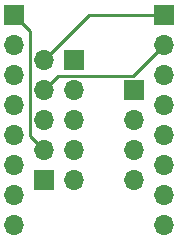
<source format=gbr>
%TF.GenerationSoftware,KiCad,Pcbnew,(6.0.2)*%
%TF.CreationDate,2025-01-09T20:14:18+01:00*%
%TF.ProjectId,adapter,61646170-7465-4722-9e6b-696361645f70,rev?*%
%TF.SameCoordinates,Original*%
%TF.FileFunction,Copper,L2,Bot*%
%TF.FilePolarity,Positive*%
%FSLAX46Y46*%
G04 Gerber Fmt 4.6, Leading zero omitted, Abs format (unit mm)*
G04 Created by KiCad (PCBNEW (6.0.2)) date 2025-01-09 20:14:18*
%MOMM*%
%LPD*%
G01*
G04 APERTURE LIST*
%TA.AperFunction,ComponentPad*%
%ADD10R,1.700000X1.700000*%
%TD*%
%TA.AperFunction,ComponentPad*%
%ADD11O,1.700000X1.700000*%
%TD*%
%TA.AperFunction,Conductor*%
%ADD12C,0.250000*%
%TD*%
G04 APERTURE END LIST*
D10*
%TO.P,J5,1,Pin_1*%
%TO.N,DIR*%
X149860000Y-85105000D03*
D11*
%TO.P,J5,2,Pin_2*%
%TO.N,STEP*%
X149860000Y-87645000D03*
%TO.P,J5,3,Pin_3*%
%TO.N,SLEEP*%
X149860000Y-90185000D03*
%TO.P,J5,4,Pin_4*%
%TO.N,RESET*%
X149860000Y-92725000D03*
%TO.P,J5,5,Pin_5*%
%TO.N,MS3*%
X149860000Y-95265000D03*
%TO.P,J5,6,Pin_6*%
%TO.N,MS2*%
X149860000Y-97805000D03*
%TO.P,J5,7,Pin_7*%
%TO.N,MS1*%
X149860000Y-100345000D03*
%TO.P,J5,8,Pin_8*%
%TO.N,ENABLE*%
X149860000Y-102885000D03*
%TD*%
D10*
%TO.P,J4,1,Pin_1*%
%TO.N,M1*%
X147320000Y-91440000D03*
D11*
%TO.P,J4,2,Pin_2*%
%TO.N,M2*%
X147320000Y-93980000D03*
%TO.P,J4,3,Pin_3*%
%TO.N,M3*%
X147320000Y-96520000D03*
%TO.P,J4,4,Pin_4*%
%TO.N,M4*%
X147320000Y-99060000D03*
%TD*%
D10*
%TO.P,J3,1,Pin_1*%
%TO.N,M1*%
X142240000Y-88900000D03*
D11*
%TO.P,J3,2,Pin_2*%
%TO.N,M2*%
X142240000Y-91440000D03*
%TO.P,J3,3,Pin_3*%
%TO.N,M3*%
X142240000Y-93980000D03*
%TO.P,J3,4,Pin_4*%
%TO.N,M4*%
X142240000Y-96520000D03*
%TO.P,J3,5,Pin_5*%
%TO.N,ENABLE*%
X142240000Y-99060000D03*
%TD*%
D10*
%TO.P,J2,1,Pin_1*%
%TO.N,12v*%
X139700000Y-99060000D03*
D11*
%TO.P,J2,2,Pin_2*%
%TO.N,GND*%
X139700000Y-96520000D03*
%TO.P,J2,3,Pin_3*%
%TO.N,3.3V*%
X139700000Y-93980000D03*
%TO.P,J2,4,Pin_4*%
%TO.N,STEP*%
X139700000Y-91440000D03*
%TO.P,J2,5,Pin_5*%
%TO.N,DIR*%
X139700000Y-88900000D03*
%TD*%
D10*
%TO.P,J1,1,Pin_1*%
%TO.N,GND*%
X137160000Y-85105000D03*
D11*
%TO.P,J1,2,Pin_2*%
%TO.N,3.3V*%
X137160000Y-87645000D03*
%TO.P,J1,3,Pin_3*%
%TO.N,1B*%
X137160000Y-90185000D03*
%TO.P,J1,4,Pin_4*%
%TO.N,1A*%
X137160000Y-92725000D03*
%TO.P,J1,5,Pin_5*%
%TO.N,2A*%
X137160000Y-95265000D03*
%TO.P,J1,6,Pin_6*%
%TO.N,2B*%
X137160000Y-97805000D03*
%TO.P,J1,7,Pin_7*%
%TO.N,GND*%
X137160000Y-100345000D03*
%TO.P,J1,8,Pin_8*%
%TO.N,12v*%
X137160000Y-102885000D03*
%TD*%
D12*
%TO.N,GND*%
X138525489Y-95345489D02*
X139700000Y-96520000D01*
X138525489Y-86470489D02*
X138525489Y-95345489D01*
X137160000Y-85105000D02*
X138525489Y-86470489D01*
%TO.N,DIR*%
X143495000Y-85105000D02*
X139700000Y-88900000D01*
X149860000Y-85105000D02*
X143495000Y-85105000D01*
%TO.N,STEP*%
X147239511Y-90265489D02*
X140874511Y-90265489D01*
X140874511Y-90265489D02*
X139700000Y-91440000D01*
X149860000Y-87645000D02*
X147239511Y-90265489D01*
%TD*%
M02*

</source>
